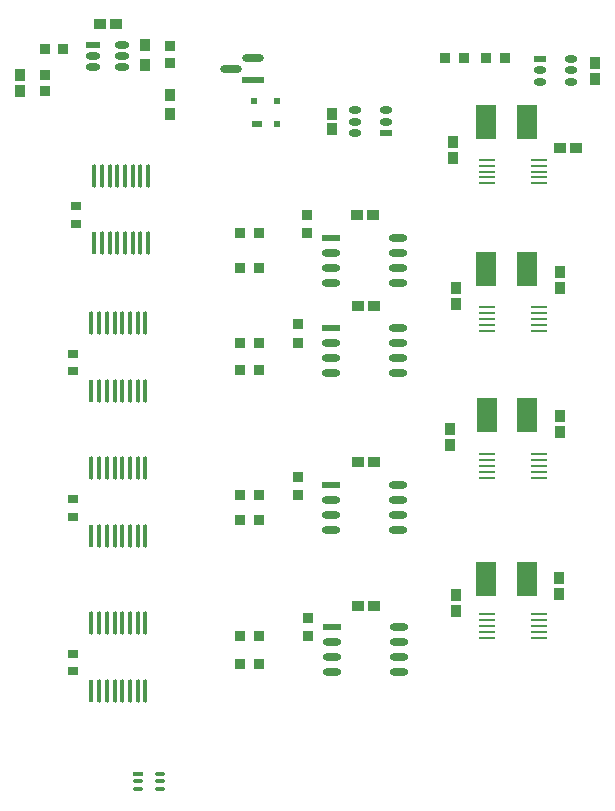
<source format=gtp>
%TF.GenerationSoftware,Altium Limited,Altium Designer,23.3.1 (30)*%
G04 Layer_Color=8421504*
%FSLAX25Y25*%
%MOIN*%
%TF.SameCoordinates,891D3A3A-43D5-49D6-AFC7-0964E08A728C*%
%TF.FilePolarity,Positive*%
%TF.FileFunction,Paste,Top*%
%TF.Part,Single*%
G01*
G75*
%TA.AperFunction,SMDPad,CuDef*%
%ADD17R,0.03381X0.03591*%
%ADD18R,0.03788X0.03681*%
%ADD19O,0.03300X0.01600*%
%ADD20R,0.03300X0.01600*%
%ADD21R,0.05512X0.00984*%
%ADD22O,0.05512X0.00984*%
%ADD23O,0.04724X0.02362*%
%ADD24R,0.04724X0.02362*%
G04:AMPARAMS|DCode=25|XSize=73.79mil|YSize=24.1mil|CornerRadius=12.05mil|HoleSize=0mil|Usage=FLASHONLY|Rotation=180.000|XOffset=0mil|YOffset=0mil|HoleType=Round|Shape=RoundedRectangle|*
%AMROUNDEDRECTD25*
21,1,0.07379,0.00000,0,0,180.0*
21,1,0.04969,0.02410,0,0,180.0*
1,1,0.02410,-0.02485,0.00000*
1,1,0.02410,0.02485,0.00000*
1,1,0.02410,0.02485,0.00000*
1,1,0.02410,-0.02485,0.00000*
%
%ADD25ROUNDEDRECTD25*%
%ADD26R,0.07379X0.02410*%
%ADD27R,0.03500X0.04000*%
%ADD28R,0.03543X0.03150*%
%ADD29R,0.07087X0.11811*%
%ADD30R,0.03591X0.03970*%
%ADD31R,0.03591X0.04166*%
%ADD32R,0.03591X0.03775*%
%ADD33R,0.04166X0.03591*%
%ADD34R,0.01657X0.07699*%
G04:AMPARAMS|DCode=35|XSize=76.99mil|YSize=16.57mil|CornerRadius=8.28mil|HoleSize=0mil|Usage=FLASHONLY|Rotation=90.000|XOffset=0mil|YOffset=0mil|HoleType=Round|Shape=RoundedRectangle|*
%AMROUNDEDRECTD35*
21,1,0.07699,0.00000,0,0,90.0*
21,1,0.06042,0.01657,0,0,90.0*
1,1,0.01657,0.00000,0.03021*
1,1,0.01657,0.00000,-0.03021*
1,1,0.01657,0.00000,-0.03021*
1,1,0.01657,0.00000,0.03021*
%
%ADD35ROUNDEDRECTD35*%
%ADD36R,0.04134X0.02362*%
%ADD37O,0.04134X0.02362*%
%ADD38R,0.03591X0.03381*%
%ADD39O,0.06102X0.02362*%
%ADD40R,0.06102X0.02362*%
%TA.AperFunction,NonConductor*%
%ADD93R,0.01968X0.02362*%
%ADD94R,0.03543X0.02362*%
D17*
X-81384Y126378D02*
D03*
X-87500D02*
D03*
X45958Y123425D02*
D03*
X52074D02*
D03*
X59646D02*
D03*
X65762D02*
D03*
X-16233Y64967D02*
D03*
X-22349D02*
D03*
Y53228D02*
D03*
X-16233D02*
D03*
X-22349Y28424D02*
D03*
X-16233D02*
D03*
X-16233Y19193D02*
D03*
X-22349D02*
D03*
Y-22441D02*
D03*
X-16233D02*
D03*
Y-30807D02*
D03*
X-22349D02*
D03*
X-22358Y-69350D02*
D03*
X-16242D02*
D03*
X-16233Y-78701D02*
D03*
X-22349D02*
D03*
D18*
X-87500Y117808D02*
D03*
Y112175D02*
D03*
D19*
X-56504Y-117815D02*
D03*
X-49204Y-120415D02*
D03*
X-56504D02*
D03*
X-49204Y-117815D02*
D03*
Y-115215D02*
D03*
D20*
X-56504D02*
D03*
D21*
X59744Y-62106D02*
D03*
Y89433D02*
D03*
Y40201D02*
D03*
Y-8685D02*
D03*
D22*
Y-64075D02*
D03*
Y-66043D02*
D03*
Y-68012D02*
D03*
Y-69980D02*
D03*
X77067Y-62106D02*
D03*
Y-64075D02*
D03*
Y-66043D02*
D03*
Y-68012D02*
D03*
Y-69980D02*
D03*
Y81559D02*
D03*
Y83528D02*
D03*
Y85496D02*
D03*
Y87465D02*
D03*
Y89433D02*
D03*
X59744Y81559D02*
D03*
Y83528D02*
D03*
Y85496D02*
D03*
Y87465D02*
D03*
Y38232D02*
D03*
Y36264D02*
D03*
Y34295D02*
D03*
Y32327D02*
D03*
X77067Y40201D02*
D03*
Y38232D02*
D03*
Y36264D02*
D03*
Y34295D02*
D03*
Y32327D02*
D03*
Y-16559D02*
D03*
Y-14591D02*
D03*
Y-12622D02*
D03*
Y-10654D02*
D03*
Y-8685D02*
D03*
X59744Y-16559D02*
D03*
Y-14591D02*
D03*
Y-12622D02*
D03*
Y-10654D02*
D03*
D23*
X-61614Y120276D02*
D03*
Y124016D02*
D03*
Y127756D02*
D03*
X-71457Y120276D02*
D03*
Y124016D02*
D03*
D24*
Y127756D02*
D03*
D25*
X-17972Y123425D02*
D03*
X-25335Y119685D02*
D03*
D26*
X-17972Y115945D02*
D03*
D27*
X-45669Y104524D02*
D03*
Y111024D02*
D03*
X-54035Y127659D02*
D03*
Y121160D02*
D03*
D28*
X-78051Y-75197D02*
D03*
Y-81102D02*
D03*
X-77165Y68105D02*
D03*
Y74011D02*
D03*
X-78051Y18898D02*
D03*
Y24803D02*
D03*
Y-29528D02*
D03*
Y-23622D02*
D03*
D29*
X59646Y101870D02*
D03*
X73228D02*
D03*
X73130Y52854D02*
D03*
X59547D02*
D03*
X59744Y4232D02*
D03*
X73327D02*
D03*
X59547Y-50492D02*
D03*
X73130D02*
D03*
D30*
X-95768Y112175D02*
D03*
Y117702D02*
D03*
D31*
X49606Y-61130D02*
D03*
Y-55799D02*
D03*
X95866Y121661D02*
D03*
Y116331D02*
D03*
X8202Y99508D02*
D03*
Y104839D02*
D03*
X48720Y95480D02*
D03*
Y90150D02*
D03*
X84252Y52075D02*
D03*
Y46744D02*
D03*
X49606Y46661D02*
D03*
Y41331D02*
D03*
X84252Y-1386D02*
D03*
Y3945D02*
D03*
X47638Y-189D02*
D03*
Y-5520D02*
D03*
X83760Y-49894D02*
D03*
Y-55224D02*
D03*
D32*
X-45669Y127270D02*
D03*
Y121548D02*
D03*
D33*
X-69004Y134646D02*
D03*
X-63673D02*
D03*
X89673Y93307D02*
D03*
X84343D02*
D03*
X16823Y-11220D02*
D03*
X22153D02*
D03*
X16791Y-59193D02*
D03*
X22121D02*
D03*
X16429Y71082D02*
D03*
X21760D02*
D03*
X16921Y40650D02*
D03*
X22252D02*
D03*
D34*
X-71063Y61509D02*
D03*
X-71949Y12302D02*
D03*
Y-36124D02*
D03*
Y-87698D02*
D03*
D35*
X-68504Y61509D02*
D03*
X-65945D02*
D03*
X-63386D02*
D03*
X-60827D02*
D03*
X-58268D02*
D03*
X-55709D02*
D03*
X-53150D02*
D03*
Y84150D02*
D03*
X-55709D02*
D03*
X-58268D02*
D03*
X-60827D02*
D03*
X-63386D02*
D03*
X-65945D02*
D03*
X-68504D02*
D03*
X-71063D02*
D03*
X-71949Y34942D02*
D03*
X-69390D02*
D03*
X-66831D02*
D03*
X-64272D02*
D03*
X-61713D02*
D03*
X-59153D02*
D03*
X-56595D02*
D03*
X-54035D02*
D03*
Y12302D02*
D03*
X-56595D02*
D03*
X-59153D02*
D03*
X-61713D02*
D03*
X-64272D02*
D03*
X-66831D02*
D03*
X-69390D02*
D03*
Y-36124D02*
D03*
X-66831D02*
D03*
X-64272D02*
D03*
X-61713D02*
D03*
X-59153D02*
D03*
X-56595D02*
D03*
X-54035D02*
D03*
Y-13483D02*
D03*
X-56595D02*
D03*
X-59153D02*
D03*
X-61713D02*
D03*
X-64272D02*
D03*
X-66831D02*
D03*
X-69390D02*
D03*
X-71949D02*
D03*
Y-65057D02*
D03*
X-69390D02*
D03*
X-66831D02*
D03*
X-64272D02*
D03*
X-61713D02*
D03*
X-59153D02*
D03*
X-56595D02*
D03*
X-54035D02*
D03*
Y-87698D02*
D03*
X-56595D02*
D03*
X-59153D02*
D03*
X-61713D02*
D03*
X-64272D02*
D03*
X-66831D02*
D03*
X-69390D02*
D03*
D36*
X77461Y122933D02*
D03*
X26378Y98433D02*
D03*
D37*
X87894Y115453D02*
D03*
Y122933D02*
D03*
X77461Y119193D02*
D03*
Y115453D02*
D03*
X87894Y119193D02*
D03*
X15945Y105913D02*
D03*
Y98433D02*
D03*
X26378Y102173D02*
D03*
Y105913D02*
D03*
X15945Y102173D02*
D03*
D38*
X-98Y71082D02*
D03*
Y64967D02*
D03*
X-2953Y34540D02*
D03*
Y28424D02*
D03*
X-2953Y-22395D02*
D03*
Y-16280D02*
D03*
X295Y-63235D02*
D03*
Y-69350D02*
D03*
D39*
X30283Y48228D02*
D03*
Y53228D02*
D03*
Y58228D02*
D03*
Y63228D02*
D03*
X7842Y48228D02*
D03*
Y53228D02*
D03*
Y58228D02*
D03*
Y28424D02*
D03*
Y23424D02*
D03*
Y18424D02*
D03*
X30283Y33424D02*
D03*
Y28424D02*
D03*
Y23424D02*
D03*
Y18424D02*
D03*
Y-33898D02*
D03*
Y-28898D02*
D03*
Y-23898D02*
D03*
Y-18898D02*
D03*
X7842Y-33898D02*
D03*
Y-28898D02*
D03*
Y-23898D02*
D03*
X30676Y-81260D02*
D03*
Y-76260D02*
D03*
Y-71260D02*
D03*
Y-66260D02*
D03*
X8235Y-81260D02*
D03*
Y-76260D02*
D03*
Y-71260D02*
D03*
D40*
X7842Y63228D02*
D03*
Y33424D02*
D03*
Y-18898D02*
D03*
X8235Y-66260D02*
D03*
D93*
X-17715Y109055D02*
D03*
X-10235D02*
D03*
Y101181D02*
D03*
D94*
X-16930Y101182D02*
D03*
%TF.MD5,05fd959a9c90503d6a11852b7e4751af*%
M02*

</source>
